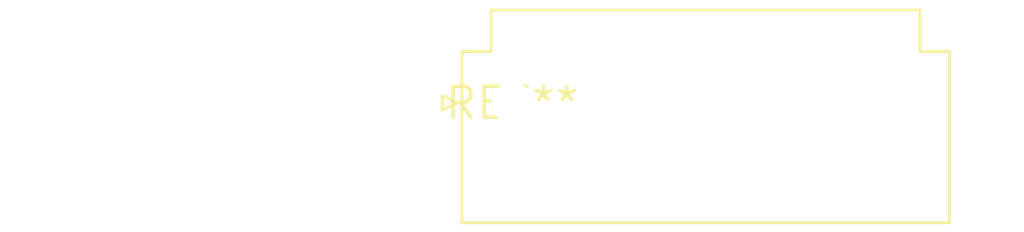
<source format=kicad_pcb>
(kicad_pcb (version 20240108) (generator pcbnew)
  (layers (0 "F.Cu" signal) (31 "B.Cu" signal) (34 "B.Paste" user) (35 "F.Paste" user) (36 "B.SilkS" user "B.Silkscreen") (37 "F.SilkS" user "F.Silkscreen") (38 "B.Mask" user) (39 "F.Mask" user) (44 "Edge.Cuts" user))
  (net 0 "")
  (footprint "JST_VH_B5P-VH-B_1x05_P3.96mm_Vertical" (layer "F.Cu") (at 0 0)
    (property "Reference" "REF**")
    (property "Value" "JST_VH_B5P-VH-B_1x05_P3.96mm_Vertical")
    (fp_line (start -2.86 -0.3) (end -2.26 0) (layer "F.SilkS") (stroke (width 0.12)))
    (fp_line (start -2.86 0.3) (end -2.86 -0.3) (layer "F.SilkS") (stroke (width 0.12)))
    (fp_line (start -2.26 0) (end -2.86 0.3) (layer "F.SilkS") (stroke (width 0.12)))
    (fp_line (start -2.06 -2.11) (end -0.86 -2.11) (layer "F.SilkS") (stroke (width 0.12)))
    (fp_line (start -2.06 4.91) (end -2.06 -2.11) (layer "F.SilkS") (stroke (width 0.12)))
    (fp_line (start -0.86 -3.81) (end 16.7 -3.81) (layer "F.SilkS") (stroke (width 0.12)))
    (fp_line (start -0.86 -2.11) (end -0.86 -3.81) (layer "F.SilkS") (stroke (width 0.12)))
    (fp_line (start 16.7 -3.81) (end 16.7 -2.11) (layer "F.SilkS") (stroke (width 0.12)))
    (fp_line (start 16.7 -2.11) (end 17.9 -2.11) (layer "F.SilkS") (stroke (width 0.12)))
    (fp_line (start 17.9 -2.11) (end 17.9 4.91) (layer "F.SilkS") (stroke (width 0.12)))
    (fp_line (start 17.9 4.91) (end -2.06 4.91) (layer "F.SilkS") (stroke (width 0.12)))
    (pad "1" thru_hole roundrect (at 0 0) (size 2.7 2.7) (drill 1.7) (layers *.Cu *.Mask) (remove_unused_layers) (roundrect_rratio 0.092593))
    (pad "2" thru_hole circle (at 3.96 0) (size 2.7 2.7) (drill 1.7) (layers *.Cu *.Mask) (remove_unused_layers))
    (pad "3" thru_hole circle (at 7.92 0) (size 2.7 2.7) (drill 1.7) (layers *.Cu *.Mask) (remove_unused_layers))
    (pad "4" thru_hole circle (at 11.88 0) (size 2.7 2.7) (drill 1.7) (layers *.Cu *.Mask) (remove_unused_layers))
    (pad "5" thru_hole circle (at 15.84 0) (size 2.7 2.7) (drill 1.7) (layers *.Cu *.Mask) (remove_unused_layers))
  )
)
</source>
